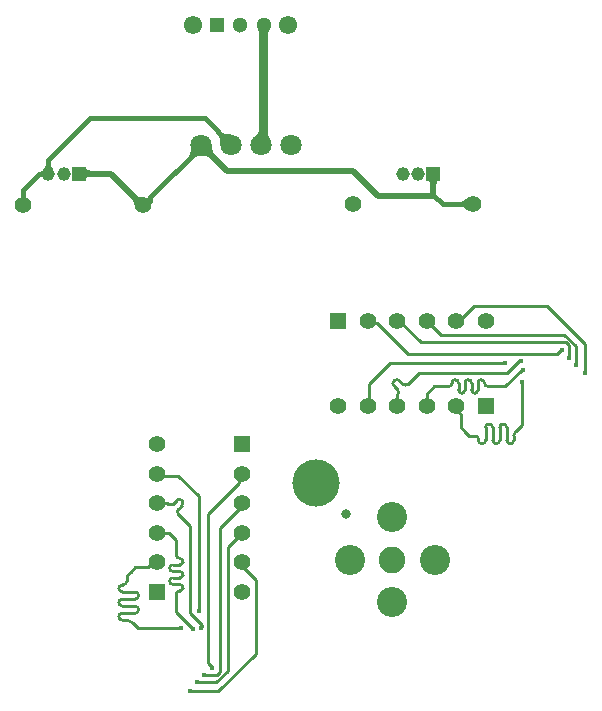
<source format=gbr>
%TF.GenerationSoftware,Altium Limited,Altium Designer,23.3.1 (30)*%
G04 Layer_Physical_Order=2*
G04 Layer_Color=16711680*
%FSLAX45Y45*%
%MOMM*%
%TF.SameCoordinates,9B08417B-AAB0-44DC-96C9-EC8FD7F4D7BA*%
%TF.FilePolarity,Positive*%
%TF.FileFunction,Copper,L2,Bot,Signal*%
%TF.Part,Single*%
G01*
G75*
%TA.AperFunction,Conductor*%
%ADD10C,0.25000*%
%ADD15C,0.38100*%
%ADD16C,0.76200*%
%TA.AperFunction,ComponentPad*%
%ADD22C,1.80000*%
%ADD23C,1.40000*%
%ADD24C,1.55000*%
%ADD25C,1.30000*%
%ADD26R,1.30000X1.30000*%
%ADD27R,1.40000X1.40000*%
%ADD28R,1.40000X1.40000*%
%ADD29C,2.25000*%
%ADD30C,2.55000*%
%ADD31R,1.15000X1.15000*%
%ADD32C,1.15000*%
%TA.AperFunction,ViaPad*%
%ADD33C,0.45000*%
%ADD34C,4.00000*%
%ADD35C,0.80000*%
%TA.AperFunction,Conductor*%
%ADD36C,0.28500*%
%ADD37C,0.50000*%
%ADD38C,0.50800*%
G36*
X3220828Y5237484D02*
X3225724Y5237594D01*
X3234306Y5238475D01*
X3237994Y5239245D01*
X3241279Y5240236D01*
X3244160Y5241447D01*
X3246640Y5242879D01*
X3248717Y5244531D01*
X3250391Y5246403D01*
X3251662Y5248495D01*
X3256715Y5189766D01*
X3255110Y5191593D01*
X3253064Y5193228D01*
X3250577Y5194671D01*
X3247650Y5195921D01*
X3244282Y5196979D01*
X3240472Y5197845D01*
X3236223Y5198518D01*
X3231532Y5198999D01*
X3220828Y5199384D01*
Y5237484D01*
D02*
G37*
G36*
X3322429Y5312115D02*
X3322641Y5306795D01*
X3323277Y5301597D01*
X3324337Y5296521D01*
X3325821Y5291569D01*
X3327729Y5286738D01*
X3330061Y5282031D01*
X3332817Y5277446D01*
X3335997Y5272983D01*
X3339601Y5268643D01*
X3343629Y5264426D01*
X3263129D01*
X3267157Y5268643D01*
X3270761Y5272983D01*
X3273941Y5277446D01*
X3276697Y5282031D01*
X3279029Y5286738D01*
X3280937Y5291569D01*
X3282421Y5296521D01*
X3283481Y5301597D01*
X3284117Y5306795D01*
X3284329Y5312115D01*
X3322429D01*
D02*
G37*
G36*
X3671374Y5197963D02*
X3661665Y5197709D01*
X3652977Y5196947D01*
X3645311Y5195677D01*
X3638667Y5193899D01*
X3633046Y5191613D01*
X3628446Y5188819D01*
X3624869Y5185517D01*
X3622314Y5181707D01*
X3620781Y5177389D01*
X3620270Y5172563D01*
Y5274163D01*
X3620781Y5269337D01*
X3622314Y5265019D01*
X3624869Y5261209D01*
X3628446Y5257907D01*
X3633046Y5255113D01*
X3638667Y5252827D01*
X3645311Y5251049D01*
X3652977Y5249779D01*
X3661665Y5249017D01*
X3671374Y5248763D01*
Y5197963D01*
D02*
G37*
G36*
X4687570Y5455289D02*
X4688305Y5445418D01*
X4689602Y5436060D01*
X4691460Y5427215D01*
X4693880Y5418885D01*
X4696860Y5411067D01*
X4700402Y5403763D01*
X4704506Y5396973D01*
X4709170Y5390696D01*
X4714396Y5384933D01*
X4679041Y5349578D01*
X4673278Y5354804D01*
X4667001Y5359468D01*
X4660211Y5363572D01*
X4652907Y5367114D01*
X4645089Y5370094D01*
X4636759Y5372514D01*
X4627914Y5374372D01*
X4618556Y5375669D01*
X4608685Y5376404D01*
X4602573Y5376507D01*
X4595048Y5375536D01*
X4572653Y5371395D01*
X4562703Y5368861D01*
X4553584Y5366018D01*
X4545297Y5362865D01*
X4537842Y5359403D01*
X4531218Y5355631D01*
X4525426Y5351550D01*
X4520465Y5347160D01*
X4490131Y5370708D01*
X4494956Y5376192D01*
X4499111Y5382325D01*
X4502594Y5389104D01*
X4505406Y5396532D01*
X4507547Y5404606D01*
X4509017Y5413329D01*
X4509816Y5422699D01*
X4509944Y5432716D01*
X4509402Y5443382D01*
X4508188Y5454694D01*
X4602647Y5380926D01*
X4687396Y5465674D01*
X4687570Y5455289D01*
D02*
G37*
G36*
X4049151Y5042204D02*
X4054242Y5038114D01*
X4059512Y5034513D01*
X4064960Y5031401D01*
X4070587Y5028778D01*
X4076392Y5026644D01*
X4082376Y5024999D01*
X4088539Y5023842D01*
X4094880Y5023175D01*
X4101400Y5022997D01*
X4032103Y4953700D01*
X4031925Y4960220D01*
X4031258Y4966561D01*
X4030101Y4972724D01*
X4028456Y4978708D01*
X4026322Y4984513D01*
X4023699Y4990140D01*
X4020587Y4995588D01*
X4016986Y5000858D01*
X4012896Y5005949D01*
X4008317Y5010862D01*
X4044238Y5046783D01*
X4049151Y5042204D01*
D02*
G37*
G36*
X4764489Y5580425D02*
X4769754Y5575782D01*
X4775760Y5571640D01*
X4782508Y5568000D01*
X4789997Y5564862D01*
X4798228Y5562226D01*
X4807199Y5560091D01*
X4816913Y5558458D01*
X4827367Y5557326D01*
X4850500Y5556569D01*
X4761404Y5467474D01*
X4761277Y5479411D01*
X4759516Y5501061D01*
X4757883Y5510774D01*
X4755748Y5519746D01*
X4753112Y5527976D01*
X4749973Y5535466D01*
X4746333Y5542213D01*
X4742192Y5548220D01*
X4737548Y5553485D01*
X4764489Y5580425D01*
D02*
G37*
G36*
X5163361Y5589425D02*
X5163538Y5580283D01*
X5164951Y5563157D01*
X5166188Y5555172D01*
X5167778Y5547572D01*
X5169722Y5540358D01*
X5172019Y5533530D01*
X5174669Y5527088D01*
X5177673Y5521031D01*
X5181031Y5515360D01*
X5058137Y5543165D01*
X5063651Y5547044D01*
X5068585Y5551518D01*
X5072939Y5556586D01*
X5076712Y5562249D01*
X5079905Y5568505D01*
X5082517Y5575357D01*
X5084549Y5582803D01*
X5086000Y5590843D01*
X5086871Y5599477D01*
X5087161Y5608706D01*
X5163361Y5589425D01*
D02*
G37*
G36*
X5087161Y6389827D02*
X5087105Y6397156D01*
X5085127Y6424304D01*
X5084392Y6427834D01*
X5083544Y6430731D01*
X5082584Y6432996D01*
X5081510Y6434627D01*
X5172179Y6426872D01*
X5170504Y6425111D01*
X5169004Y6422738D01*
X5167682Y6419753D01*
X5166536Y6416158D01*
X5165565Y6411951D01*
X5164772Y6407132D01*
X5163714Y6395661D01*
X5163361Y6381744D01*
X5087161Y6389827D01*
D02*
G37*
G36*
X6608629Y5165668D02*
X6604379Y5164168D01*
X6600629Y5161668D01*
X6597379Y5158168D01*
X6594629Y5153668D01*
X6592379Y5148168D01*
X6590629Y5141668D01*
X6589379Y5134168D01*
X6588629Y5125668D01*
X6588379Y5116168D01*
X6538379D01*
X6538129Y5125668D01*
X6537379Y5134168D01*
X6536129Y5141668D01*
X6534379Y5148168D01*
X6532129Y5153668D01*
X6529379Y5158168D01*
X6526129Y5161668D01*
X6522379Y5164168D01*
X6518129Y5165668D01*
X6513379Y5166168D01*
X6613379D01*
X6608629Y5165668D01*
D02*
G37*
G36*
X6786742Y4984750D02*
X6792738Y4985049D01*
X6798720Y4985948D01*
X6804690Y4987445D01*
X6810646Y4989542D01*
X6816590Y4992237D01*
X6822520Y4995532D01*
X6828437Y4999426D01*
X6834341Y5003918D01*
X6840232Y5009010D01*
X6846110Y5014700D01*
Y4916700D01*
X6840232Y4922390D01*
X6834341Y4927482D01*
X6828437Y4931974D01*
X6822520Y4935868D01*
X6816590Y4939163D01*
X6810646Y4941858D01*
X6804690Y4943955D01*
X6798720Y4945452D01*
X6792738Y4946351D01*
X6786742Y4946650D01*
Y4984750D01*
D02*
G37*
D10*
X6945578Y2972499D02*
G03*
X6915621Y3002499I-30000J0D01*
G01*
X6945578Y2965584D02*
G03*
X7005578Y2965584I30000J0D01*
G01*
X7065578Y3073690D02*
G03*
X7005578Y3073690I-30000J0D01*
G01*
X7065578Y2965400D02*
G03*
X7125578Y2965400I30000J0D01*
G01*
X7185577Y3073505D02*
G03*
X7125578Y3073505I-30000J0D01*
G01*
X7185577Y2965215D02*
G03*
X7245577Y2965215I30000J0D01*
G01*
X7260456Y3039691D02*
G03*
X7245579Y3003599I36336J-36090D01*
G01*
X6996717Y3448861D02*
G03*
X7024217Y3421361I27500J0D01*
G01*
X6996717Y3450770D02*
G03*
X6969217Y3478270I-27500J0D01*
G01*
X6969217D02*
G03*
X6941717Y3450770I0J-27500D01*
G01*
X6914217Y3364076D02*
G03*
X6941717Y3391575I0J27500D01*
G01*
X6886717D02*
G03*
X6914217Y3364076I27500J0D01*
G01*
X6886717Y3450770D02*
G03*
X6859217Y3478270I-27500J0D01*
G01*
X6859217D02*
G03*
X6831717Y3450770I0J-27500D01*
G01*
X6804218Y3364075D02*
G03*
X6831717Y3391575I0J27500D01*
G01*
X6776717D02*
G03*
X6804217Y3364075I27500J0D01*
G01*
X6776717Y3450770D02*
G03*
X6749218Y3478270I-27500J0D01*
G01*
X6749217D02*
G03*
X6721718Y3450770I0J-27500D01*
G01*
X6694218Y3421361D02*
G03*
X6721718Y3448861I0J27500D01*
G01*
X3937699Y1741222D02*
G03*
X3967699Y1771178I0J30000D01*
G01*
X3930784Y1741222D02*
G03*
X3930784Y1681222I0J-30000D01*
G01*
X4038890Y1621222D02*
G03*
X4038890Y1681222I0J30000D01*
G01*
X3930600Y1621222D02*
G03*
X3930600Y1561222I0J-30000D01*
G01*
X4038705Y1501222D02*
G03*
X4038705Y1561222I0J30000D01*
G01*
X3930415Y1501222D02*
G03*
X3930415Y1441222I0J-30000D01*
G01*
X4005013Y1426221D02*
G03*
X3968799Y1441222I-36214J-36212D01*
G01*
X4414061Y1690083D02*
G03*
X4386561Y1662583I0J-27500D01*
G01*
X4415970Y1690083D02*
G03*
X4443470Y1717583I0J27500D01*
G01*
Y1717583D02*
G03*
X4415970Y1745083I-27500J0D01*
G01*
X4329276Y1772583D02*
G03*
X4356776Y1745083I27500J0D01*
G01*
Y1800083D02*
G03*
X4329276Y1772583I0J-27500D01*
G01*
X4415970Y1800083D02*
G03*
X4443470Y1827583I0J27500D01*
G01*
Y1827583D02*
G03*
X4415970Y1855083I-27500J0D01*
G01*
X4329275Y1882582D02*
G03*
X4356775Y1855083I27500J0D01*
G01*
Y1910083D02*
G03*
X4329275Y1882583I0J-27500D01*
G01*
X4415970Y1910083D02*
G03*
X4443470Y1937582I0J27500D01*
G01*
Y1937583D02*
G03*
X4415970Y1965082I-27500J0D01*
G01*
X4386561Y1992582D02*
G03*
X4414061Y1965082I27500J0D01*
G01*
X6866490Y3002570D02*
X6866490D01*
X6878990Y3002552D01*
X6915621Y3002499D01*
X6915621Y3002499D02*
X6915621Y3002499D01*
X6945578Y2965584D02*
Y2972499D01*
X7005578Y2965584D02*
Y3073690D01*
X7065578Y2965400D02*
Y3073690D01*
X7125578Y2965400D02*
Y3073505D01*
X7185577Y2965215D02*
Y3073505D01*
X7245577Y2965215D02*
X7245579Y3003599D01*
X7260456Y3039691D02*
X7260579Y3039814D01*
X7273098Y3052333D01*
X6833761Y3035300D02*
X6866490Y3002570D01*
X7024217Y3421361D02*
X7092638D01*
X6996717Y3448861D02*
Y3450770D01*
X6969217Y3478270D02*
X6969217D01*
X6941717Y3391575D02*
Y3450770D01*
X6914217Y3364076D02*
X6914217D01*
X6886717Y3391575D02*
Y3450770D01*
X6859217Y3478270D02*
X6859217D01*
X6831717Y3391575D02*
Y3450770D01*
X6804217Y3364075D02*
X6804218D01*
X6776717Y3391575D02*
Y3450770D01*
X6749217Y3478270D02*
X6749218D01*
X6721718Y3448861D02*
Y3450770D01*
X6681716Y3421361D02*
X6694218D01*
X3967752Y1807809D02*
X3967770Y1820310D01*
X3967699Y1771178D02*
X3967752Y1807809D01*
X3967699Y1771178D02*
X3967699D01*
X3930784Y1741222D02*
X3937699D01*
X3930784Y1681222D02*
X4038890D01*
X3930600Y1621222D02*
X4038890D01*
X3930600Y1561222D02*
X4038705D01*
X3930415Y1501222D02*
X4038705D01*
X3930415Y1441222D02*
X3968799D01*
X4005013Y1426221D02*
X4017533Y1413702D01*
X4386561Y1594162D02*
Y1662583D01*
X4414061Y1690083D02*
X4415970D01*
X4443470Y1717583D02*
Y1717583D01*
X4356776Y1745083D02*
X4415970D01*
X4329276Y1772583D02*
Y1772583D01*
X4356776Y1800083D02*
X4415970D01*
X4443470Y1827583D02*
Y1827583D01*
X4356775Y1855083D02*
X4415970D01*
X4329275Y1882582D02*
Y1882583D01*
X4356775Y1910083D02*
X4415970D01*
X4443470Y1937582D02*
Y1937583D01*
X4414061Y1965082D02*
X4415970D01*
X4386561Y1992582D02*
Y2005084D01*
X4500083Y838866D02*
X4743192D01*
X5063662Y1159336D01*
Y1782668D01*
X4943691Y1902639D02*
X5063662Y1782668D01*
X4943691Y1902639D02*
Y1930484D01*
X4625320Y976141D02*
X4732641D01*
X4759307Y1002807D01*
Y2226397D01*
X4943691Y2410781D01*
Y2430484D01*
X4059878Y1371357D02*
X4426745D01*
X4017533Y1413702D02*
X4059878Y1371357D01*
X3967770Y1820310D02*
X4000500Y1853039D01*
X4000985Y1852979D02*
X4038445Y1890439D01*
X4149632D01*
X4189677Y1930485D01*
X4221375D01*
X4921764Y2600951D02*
Y2658558D01*
X4943691Y2680484D01*
X4659333Y2338520D02*
X4921764Y2600951D01*
X4659333Y1075165D02*
Y2338520D01*
Y1075165D02*
X4692546Y1041953D01*
Y1036541D02*
Y1041953D01*
X4824242Y2061035D02*
X4942736Y2179530D01*
X4824242Y1013110D02*
Y2061035D01*
X4727272Y916140D02*
X4824242Y1013110D01*
X4564752Y916140D02*
X4727272D01*
X7847934Y3534883D02*
Y3777993D01*
X7527464Y4098463D02*
X7847934Y3777993D01*
X6904133Y4098463D02*
X7527464D01*
X6784161Y3978491D02*
X6904133Y4098463D01*
X6756315Y3978491D02*
X6784161D01*
X7710659Y3660120D02*
Y3767441D01*
X7683994Y3794107D02*
X7710659Y3767441D01*
X6460403Y3794107D02*
X7683994Y3794107D01*
X6276019Y3978491D02*
X6460403Y3794107D01*
X6256316Y3978491D02*
X6276019Y3978491D01*
X7315443Y3094678D02*
X7315444Y3461545D01*
X7273098Y3052333D02*
X7315443Y3094678D01*
X6796361Y3073245D02*
X6833820Y3035785D01*
X6796361Y3073245D02*
X6796361Y3184432D01*
X6756315Y3224477D02*
X6796361Y3184432D01*
X6756315Y3224477D02*
X6756315Y3256175D01*
X6028242Y3956564D02*
X6085849D01*
X6006316Y3978491D02*
X6028242Y3956564D01*
X6085849D02*
X6348280Y3694133D01*
X7611635D01*
X7644848Y3727345D01*
X7650259Y3727346D01*
X6507270Y3977536D02*
X6625764Y3859042D01*
X7673690Y3859042D01*
X7770660Y3762072D01*
Y3599552D02*
Y3762072D01*
X4529407Y1366228D02*
Y1371092D01*
X4386561Y1513938D02*
X4529407Y1371092D01*
X4386561Y1513938D02*
Y1594162D01*
Y2005084D02*
Y2117432D01*
X4323509Y2180484D02*
X4386561Y2117432D01*
X4221376Y2180484D02*
X4323509D01*
X4581649Y1515784D02*
Y2489425D01*
X4405585Y2665489D02*
X4581649Y2489425D01*
X4236371Y2665489D02*
X4405585D01*
X4221376Y2680484D02*
X4236371Y2665489D01*
X7172862Y3421362D02*
X7315708Y3564207D01*
X7320573Y3564207D01*
X7092638Y3421361D02*
X7172862Y3421362D01*
X6569368Y3421361D02*
X6681716Y3421361D01*
X6506316Y3358309D02*
X6569368Y3421361D01*
X6506316Y3256176D02*
Y3358309D01*
X6197375Y3616449D02*
X7171016D01*
X6021311Y3440385D02*
X6197375Y3616449D01*
X6021311Y3440385D02*
X6021311Y3271171D01*
X6006316Y3256176D02*
X6021311Y3271171D01*
D15*
X4167330Y4992830D02*
Y5020966D01*
X4597400Y5451036D01*
X3657600Y5689600D02*
X4628374D01*
X3303379Y5223363D02*
Y5335379D01*
X3657600Y5689600D01*
X3298450Y5218434D02*
X3303379Y5223363D01*
X4628374Y5689600D02*
X4851400Y5466574D01*
X6563379Y5044421D02*
Y5178670D01*
Y5201263D01*
X6642100Y4965700D02*
X6896100D01*
X6563379Y5044421D02*
X6642100Y4965700D01*
X3191070Y5188675D02*
Y5188675D01*
X3086100Y5083705D02*
X3191070Y5188675D01*
X3086100Y4953000D02*
Y5083705D01*
X3191070Y5188675D02*
X3220828Y5218434D01*
X3298450D01*
D16*
X5125261Y5449672D02*
Y6471461D01*
D22*
X5359400Y5466574D02*
D03*
X5105400D02*
D03*
X4851400Y5466574D02*
D03*
X4597400Y5466574D02*
D03*
D23*
X5880100Y4965700D02*
D03*
X6896100D02*
D03*
X3086100Y4953000D02*
D03*
X4102100D02*
D03*
X4943691Y2680484D02*
D03*
Y2430484D02*
D03*
Y2180484D02*
D03*
Y1930484D02*
D03*
Y1680484D02*
D03*
X4221375Y1930485D02*
D03*
X4221376Y2180484D02*
D03*
Y2430484D02*
D03*
Y2680484D02*
D03*
Y2930484D02*
D03*
X6006316Y3978491D02*
D03*
X6256316D02*
D03*
X6506316D02*
D03*
X6756316Y3978490D02*
D03*
X7006316Y3978491D02*
D03*
X6756315Y3256175D02*
D03*
X6506316Y3256176D02*
D03*
X6256316Y3256175D02*
D03*
X6006316Y3256176D02*
D03*
X5756316Y3256176D02*
D03*
D24*
X5330799Y6477001D02*
D03*
X4530800Y6477000D02*
D03*
D25*
X5130800Y6477000D02*
D03*
X4930800Y6477000D02*
D03*
D26*
X4730800D02*
D03*
D27*
X4943691Y2930484D02*
D03*
X4221376Y1680484D02*
D03*
D28*
X5756316Y3978491D02*
D03*
X7006316Y3256175D02*
D03*
D29*
X6216614Y1954349D02*
D03*
D30*
X5857403Y1954349D02*
D03*
X6216615Y1595138D02*
D03*
X6575826Y1954347D02*
D03*
X6216615Y2313559D02*
D03*
D31*
X3563379Y5223363D02*
D03*
X6563379D02*
D03*
D32*
X3433379Y5223363D02*
D03*
X3303379D02*
D03*
X6303380D02*
D03*
X6433379Y5223363D02*
D03*
D33*
X4500083Y838866D02*
D03*
X4623941Y977521D02*
D03*
X4426745Y1371357D02*
D03*
X4598933Y1377286D02*
D03*
X4692546Y1036541D02*
D03*
X4564752Y916140D02*
D03*
X7847934Y3534883D02*
D03*
X7709279Y3658741D02*
D03*
X7315444Y3461545D02*
D03*
X7309514Y3633733D02*
D03*
X7650259Y3727346D02*
D03*
X7770660Y3599552D02*
D03*
X4529407Y1366228D02*
D03*
X4581309Y1515444D02*
D03*
X7320573Y3564207D02*
D03*
X7171356Y3616109D02*
D03*
D34*
X5568379Y2607462D02*
D03*
D35*
X5822379Y2340763D02*
D03*
D36*
X6304946Y3440016D02*
G03*
X6349847Y3440016I22451J22451D01*
G01*
X6275247Y3469715D02*
G03*
X6230345Y3469715I-22451J-22451D01*
G01*
X6230345Y3469715D02*
G03*
X6230345Y3424814I22451J-22450D01*
G01*
X6260045Y3350213D02*
G03*
X6260045Y3395115I-22451J22451D01*
G01*
X4405215Y2381854D02*
G03*
X4405215Y2336953I22451J-22451D01*
G01*
X4434915Y2411554D02*
G03*
X4434915Y2456455I-22451J22451D01*
G01*
X4434915Y2456455D02*
G03*
X4390014Y2456455I-22451J-22451D01*
G01*
X4315413Y2426755D02*
G03*
X4360314Y2426755I22451J22451D01*
G01*
X6416123Y3506291D02*
X6426200Y3516368D01*
X6349847Y3440016D02*
X6416123Y3506291D01*
X6275247Y3469715D02*
X6304946Y3440016D01*
X6230345Y3469715D02*
X6230345Y3469715D01*
X6230345Y3424814D02*
X6260045Y3395115D01*
X6260044Y3395114D02*
X6260045Y3395115D01*
X6260044Y3350213D02*
X6260045Y3350213D01*
X6254584Y3344753D02*
X6260044Y3350213D01*
X6254584Y3335520D02*
Y3344753D01*
X6426199Y3516368D02*
X6426200Y3516368D01*
X6254584Y3335520D02*
X6254584D01*
X4471492Y2270676D02*
X4481568Y2260600D01*
X4405215Y2336953D02*
X4471492Y2270676D01*
X4405215Y2381854D02*
X4434915Y2411554D01*
X4434915D02*
X4434915D01*
X4434915Y2456455D02*
X4434915Y2456455D01*
X4360314Y2426755D02*
X4390014Y2456455D01*
X4315412Y2426756D02*
X4315413Y2426755D01*
X4309953Y2432216D02*
X4315413Y2426756D01*
X4300720Y2432216D02*
X4309953D01*
X4598933Y1377286D02*
X4601802Y1380155D01*
Y1398387D01*
X4500876Y1499313D02*
X4601802Y1398387D01*
X4500876Y1499313D02*
Y2241293D01*
X4481568Y2260600D02*
X4500876Y2241293D01*
X4240930Y2432216D02*
X4300720D01*
X4221376Y2430484D02*
X4232019Y2441127D01*
X4240930Y2432216D01*
X7187487Y3535676D02*
X7288413Y3636602D01*
X7306645D02*
X7309514Y3633733D01*
X7288413Y3636602D02*
X7306645D01*
X6445507Y3535676D02*
X7187487Y3535676D01*
X6426200Y3516368D02*
X6445507Y3535676D01*
X6254584Y3275730D02*
Y3335520D01*
X6245673Y3266818D02*
X6256316Y3256175D01*
X6245673Y3266818D02*
X6254584Y3275730D01*
D37*
X4597400Y5451036D02*
Y5466574D01*
X4614989Y5448985D02*
X4818874Y5245100D01*
X4597400Y5466574D02*
X4614989Y5448985D01*
X4126454Y4953000D02*
X4166284Y4992830D01*
X4102100Y4953000D02*
X4126454D01*
X4166284Y4992830D02*
X4167330D01*
X5880100Y5245100D02*
X6096000Y5029200D01*
X4818874Y5245100D02*
X5880100D01*
X6096000Y5029200D02*
X6548158D01*
X6563379Y5044421D01*
Y5201263D02*
Y5223363D01*
Y5044421D02*
Y5201263D01*
D38*
X3831737Y5223363D02*
X4089400Y4965700D01*
X3563379Y5223363D02*
X3831737D01*
%TF.MD5,9b1b3fefe03b6d5a95009bfd076dffa4*%
M02*

</source>
